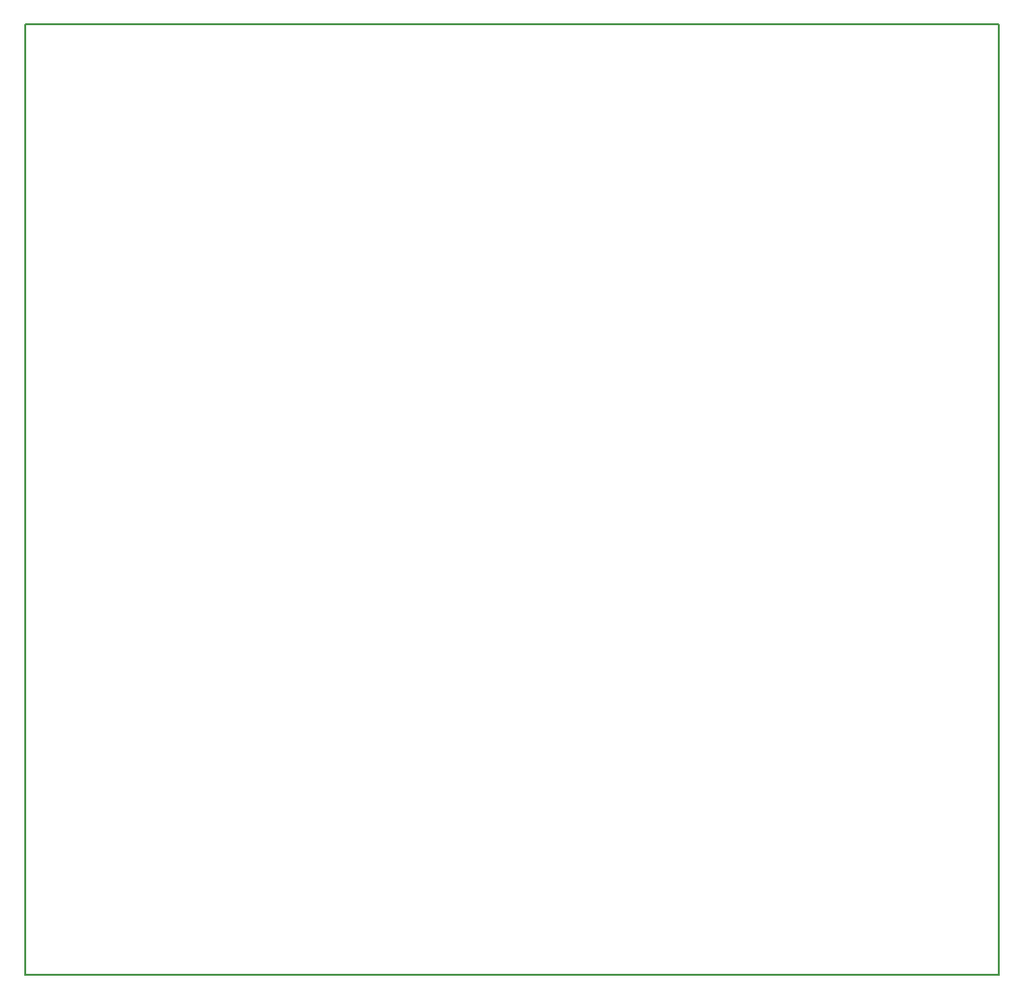
<source format=gbr>
G04 #@! TF.GenerationSoftware,KiCad,Pcbnew,(5.1.0)-1*
G04 #@! TF.CreationDate,2019-08-12T15:22:36+02:00*
G04 #@! TF.ProjectId,LampeSolaire,4c616d70-6553-46f6-9c61-6972652e6b69,7*
G04 #@! TF.SameCoordinates,Original*
G04 #@! TF.FileFunction,Profile,NP*
%FSLAX46Y46*%
G04 Gerber Fmt 4.6, Leading zero omitted, Abs format (unit mm)*
G04 Created by KiCad (PCBNEW (5.1.0)-1) date 2019-08-12 15:22:36*
%MOMM*%
%LPD*%
G04 APERTURE LIST*
%ADD10C,0.150000*%
G04 APERTURE END LIST*
D10*
X57500000Y-127500000D02*
X57500000Y-44500000D01*
X142500000Y-44500000D02*
X130000000Y-44500000D01*
X142500000Y-127500000D02*
X142500000Y-44500000D01*
X57500000Y-127500000D02*
X142500000Y-127500000D01*
X57500000Y-44500000D02*
X130000000Y-44500000D01*
M02*

</source>
